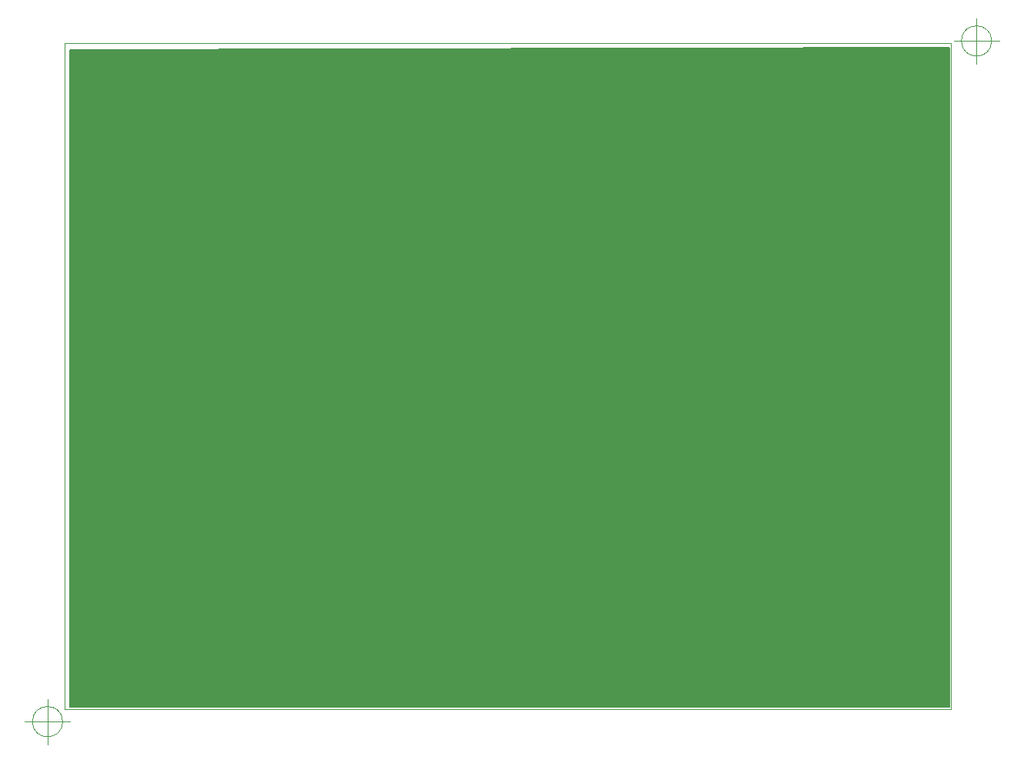
<source format=gbr>
%TF.GenerationSoftware,KiCad,Pcbnew,(6.0.5)*%
%TF.CreationDate,2023-08-26T16:02:20+02:00*%
%TF.ProjectId,IZ5 VFO V32,495a3520-5646-44f2-9056-33322e6b6963,rev?*%
%TF.SameCoordinates,Original*%
%TF.FileFunction,Soldermask,Bot*%
%TF.FilePolarity,Negative*%
%FSLAX46Y46*%
G04 Gerber Fmt 4.6, Leading zero omitted, Abs format (unit mm)*
G04 Created by KiCad (PCBNEW (6.0.5)) date 2023-08-26 16:02:20*
%MOMM*%
%LPD*%
G01*
G04 APERTURE LIST*
%TA.AperFunction,Profile*%
%ADD10C,0.100000*%
%TD*%
%ADD11C,1.600000*%
%ADD12O,1.600000X1.600000*%
%ADD13R,1.700000X1.700000*%
%ADD14O,1.700000X1.700000*%
%ADD15C,2.000000*%
%ADD16O,2.000000X2.000000*%
%ADD17R,1.500000X1.500000*%
%ADD18C,1.500000*%
%ADD19R,1.800000X1.800000*%
%ADD20O,1.800000X1.800000*%
%ADD21R,1.560000X1.560000*%
%ADD22C,1.560000*%
%ADD23R,1.600000X1.600000*%
%ADD24R,1.524000X1.524000*%
%ADD25C,1.524000*%
%ADD26C,0.800000*%
G04 APERTURE END LIST*
D10*
X89535000Y-61214000D02*
X187071000Y-61214000D01*
X187071000Y-61214000D02*
X187071000Y-134493000D01*
X187071000Y-134493000D02*
X89535000Y-134493000D01*
X89535000Y-134493000D02*
X89535000Y-61214000D01*
X191531666Y-60960000D02*
G75*
G03*
X191531666Y-60960000I-1666666J0D01*
G01*
X187365000Y-60960000D02*
X192365000Y-60960000D01*
X189865000Y-58460000D02*
X189865000Y-63460000D01*
X89296666Y-135890000D02*
G75*
G03*
X89296666Y-135890000I-1666666J0D01*
G01*
X85130000Y-135890000D02*
X90130000Y-135890000D01*
X87630000Y-133390000D02*
X87630000Y-138390000D01*
D11*
%TO.C,R10*%
X103251000Y-73787000D03*
D12*
X113411000Y-73787000D03*
%TD*%
D11*
%TO.C,RL-2*%
X173101000Y-77597000D03*
D12*
X183261000Y-77597000D03*
%TD*%
D13*
%TO.C,J0*%
X94106991Y-65786000D03*
D14*
X94106991Y-68326000D03*
%TD*%
D13*
%TO.C,J8*%
X174371000Y-68707000D03*
D14*
X174371000Y-66167000D03*
%TD*%
D11*
%TO.C,C2-2*%
X157861000Y-78827000D03*
X157861000Y-73827000D03*
%TD*%
D15*
%TO.C,L2-3*%
X161671000Y-87757000D03*
D16*
X161671000Y-82677000D03*
%TD*%
D11*
%TO.C,C1*%
X159385000Y-121880000D03*
X159385000Y-116880000D03*
%TD*%
%TO.C,R5*%
X116078000Y-125857000D03*
D12*
X126238000Y-125857000D03*
%TD*%
D11*
%TO.C,C-01*%
X94106991Y-79796005D03*
X94106991Y-84795995D03*
%TD*%
D17*
%TO.C,D1*%
X178705000Y-119890000D03*
D18*
X178705000Y-117350000D03*
X178705002Y-114810007D03*
X178705000Y-112270000D03*
X178705002Y-109730007D03*
X178705002Y-107190007D03*
X178705002Y-104650007D03*
X178705000Y-102110000D03*
X178705000Y-99570000D03*
X178705000Y-97030000D03*
X178705000Y-94490000D03*
X178705000Y-91950000D03*
X178705000Y-89410000D03*
X178705000Y-86870000D03*
%TD*%
D15*
%TO.C,L2-2*%
X161671000Y-78327000D03*
D16*
X161671000Y-73247000D03*
%TD*%
D15*
%TO.C,L1-1*%
X154051000Y-69837000D03*
D16*
X154051000Y-64757000D03*
%TD*%
D11*
%TO.C,C2-3*%
X157861000Y-87717000D03*
X157861000Y-82717000D03*
%TD*%
D15*
%TO.C,L1-2*%
X154051000Y-78867000D03*
D16*
X154051000Y-73787000D03*
%TD*%
D13*
%TO.C,J2*%
X110871000Y-122047000D03*
D14*
X113411000Y-122047000D03*
%TD*%
D11*
%TO.C,R8*%
X99695000Y-125730000D03*
D12*
X109855000Y-125730000D03*
%TD*%
D11*
%TO.C,R4*%
X103251000Y-69977000D03*
D12*
X113411000Y-69977000D03*
%TD*%
D11*
%TO.C,C4-3*%
X169291000Y-87717000D03*
X169291000Y-82717000D03*
%TD*%
D19*
%TO.C,D1*%
X99186991Y-75819000D03*
D20*
X99186991Y-65659000D03*
%TD*%
D13*
%TO.C,j02*%
X140589000Y-125476000D03*
D14*
X143129000Y-125476000D03*
X145669000Y-125476000D03*
X148209000Y-125476000D03*
X150749000Y-125476000D03*
X153289000Y-125476000D03*
%TD*%
D11*
%TO.C,C1-3*%
X150241000Y-82717000D03*
X150241000Y-87717000D03*
%TD*%
%TO.C,C3-1*%
X165481000Y-69837000D03*
X165481000Y-64837000D03*
%TD*%
D13*
%TO.C,J6*%
X118491000Y-122047000D03*
D14*
X121031000Y-122047000D03*
%TD*%
D11*
%TO.C,RL-3*%
X173101000Y-81407000D03*
D12*
X183261000Y-81407000D03*
%TD*%
D21*
%TO.C,U3*%
X148146000Y-91900250D03*
D22*
X145606000Y-91900250D03*
X143066000Y-91900250D03*
X140526000Y-91900250D03*
X137986000Y-91900250D03*
X135446000Y-91900250D03*
X132906000Y-91900250D03*
X130366000Y-91900250D03*
X127826000Y-91900250D03*
X125286000Y-91900250D03*
X122746000Y-91900250D03*
X120206000Y-91900250D03*
X117666000Y-91900250D03*
X115126000Y-91900250D03*
X112586000Y-91900250D03*
X112586000Y-114760250D03*
X115126000Y-114760250D03*
X117666000Y-114760250D03*
X120206000Y-114760250D03*
X122746000Y-114760250D03*
X125286000Y-114760250D03*
X127826000Y-114760250D03*
X130366000Y-114760250D03*
X132906000Y-114760250D03*
X135446000Y-114760250D03*
X137986000Y-114760250D03*
X140526000Y-114760250D03*
X143066000Y-114760250D03*
X145606000Y-114760250D03*
X148146000Y-114760250D03*
%TD*%
D11*
%TO.C,C3-2*%
X165481000Y-78827000D03*
X165481000Y-73827000D03*
%TD*%
D15*
%TO.C,L2-1*%
X161671000Y-69337000D03*
D16*
X161671000Y-64257000D03*
%TD*%
D11*
%TO.C,C1-2*%
X150241000Y-73827000D03*
X150241000Y-78827000D03*
%TD*%
D13*
%TO.C,J3*%
X103251000Y-122047000D03*
D14*
X105791000Y-122047000D03*
%TD*%
D11*
%TO.C,RL-1*%
X173101000Y-73787000D03*
D12*
X183261000Y-73787000D03*
%TD*%
D23*
%TO.C,C02*%
X100330000Y-86995000D03*
D11*
X97830005Y-86995000D03*
%TD*%
%TO.C,C3-3*%
X165481000Y-87717000D03*
X165481000Y-82717000D03*
%TD*%
%TO.C,C1-1*%
X150241000Y-64797000D03*
X150241000Y-69797000D03*
%TD*%
D13*
%TO.C,J9*%
X178181000Y-68707000D03*
D14*
X178181000Y-66167000D03*
%TD*%
D11*
%TO.C,C4-2*%
X169291000Y-78787000D03*
X169291000Y-73787000D03*
%TD*%
D13*
%TO.C,J10*%
X181991000Y-68707000D03*
D14*
X181991000Y-66167000D03*
%TD*%
D15*
%TO.C,L1-3*%
X154051000Y-87757000D03*
D16*
X154051000Y-82677000D03*
%TD*%
D11*
%TO.C,R3*%
X103251000Y-66167000D03*
D12*
X113411000Y-66167000D03*
%TD*%
D11*
%TO.C,C4-1*%
X169291000Y-69797000D03*
X169291000Y-64797000D03*
%TD*%
%TO.C,C2-1*%
X157861000Y-69837000D03*
X157861000Y-64837000D03*
%TD*%
%TO.C,C01*%
X93979991Y-71668000D03*
X93979991Y-76667990D03*
%TD*%
D23*
%TO.C,C00*%
X100265113Y-80645000D03*
D11*
X97765118Y-80645000D03*
%TD*%
D24*
%TO.C,U1*%
X140081000Y-83947000D03*
D25*
X137541000Y-83947000D03*
X135001000Y-83947000D03*
X132461000Y-83947000D03*
X129921000Y-83947000D03*
X127381000Y-83947000D03*
X124841000Y-83947000D03*
%TD*%
D26*
X106680000Y-93980000D03*
X106680000Y-108966000D03*
X108077000Y-113284000D03*
X107950000Y-95885000D03*
X119380000Y-99695000D03*
X130810000Y-107190007D03*
X109220000Y-102235000D03*
X96266000Y-97790000D03*
X143000000Y-111125000D03*
X128394993Y-104650007D03*
G36*
X186886121Y-61615002D02*
G01*
X186932614Y-61668658D01*
X186944000Y-61721000D01*
X186944000Y-134240000D01*
X186923998Y-134308121D01*
X186870342Y-134354614D01*
X186818000Y-134366000D01*
X90169000Y-134366000D01*
X90100879Y-134345998D01*
X90054386Y-134292342D01*
X90043000Y-134240000D01*
X90043000Y-61974670D01*
X90063002Y-61906549D01*
X90116658Y-61860056D01*
X90168669Y-61848670D01*
X186817000Y-61595000D01*
X186818000Y-61595000D01*
X186886121Y-61615002D01*
G37*
M02*

</source>
